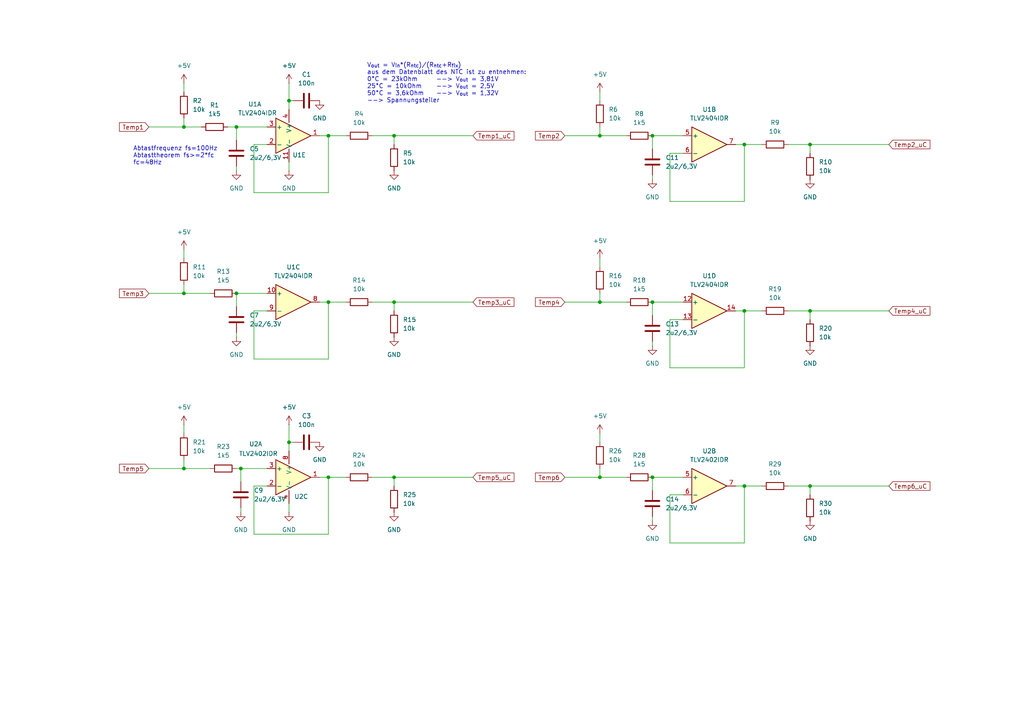
<source format=kicad_sch>
(kicad_sch (version 20250114) (generator "eeschema") (generator_version "9.0")
  (paper "A4")
  (lib_symbols
    (symbol "Amplifier_Operational:TLV9302xD" (pin_names (offset 0.127))
      (property "Reference" "U" (at 0 5.08 0))
      (property "Value" "TLV9302xD" (at 0 -5.08 0))
      (symbol "TLV9302xD_1_1"
        (polyline (pts (xy -5.08 5.08) (xy 5.08 0) (xy -5.08 -5.08) (xy -5.08 5.08)) (stroke (width 0.254)) (fill (type background)))
        (pin input line (at -7.62 2.54 0) (length 2.54) (name "+") (number "3"))
        (pin input line (at -7.62 -2.54 0) (length 2.54) (name "-") (number "2"))
        (pin output line (at 7.62 0 180) (length 2.54) (name "~") (number "1"))
      )
      (symbol "TLV9302xD_2_1"
        (polyline (pts (xy -5.08 5.08) (xy 5.08 0) (xy -5.08 -5.08) (xy -5.08 5.08)) (stroke (width 0.254)) (fill (type background)))
        (pin input line (at -7.62 2.54 0) (length 2.54) (name "+") (number "5"))
        (pin input line (at -7.62 -2.54 0) (length 2.54) (name "-") (number "6"))
        (pin output line (at 7.62 0 180) (length 2.54) (name "~") (number "7"))
      )
      (symbol "TLV9302xD_3_1"
        (pin power_in line (at -2.54 7.62 270) (length 3.81) (name "V+") (number "8"))
        (pin power_in line (at -2.54 -7.62 90) (length 3.81) (name "V-") (number "4"))
      )
    )
    (symbol "Amplifier_Operational:TLV9304xD" (pin_names (offset 0.127))
      (property "Reference" "U" (at 0 5.08 0))
      (property "Value" "TLV9304xD" (at 0 -5.08 0))
      (symbol "TLV9304xD_1_1"
        (polyline (pts (xy -5.08 5.08) (xy 5.08 0) (xy -5.08 -5.08) (xy -5.08 5.08)) (stroke (width 0.254)) (fill (type background)))
        (pin input line (at -7.62 2.54 0) (length 2.54) (name "+") (number "3"))
        (pin input line (at -7.62 -2.54 0) (length 2.54) (name "-") (number "2"))
        (pin output line (at 7.62 0 180) (length 2.54) (name "~") (number "1"))
      )
      (symbol "TLV9304xD_2_1"
        (polyline (pts (xy -5.08 5.08) (xy 5.08 0) (xy -5.08 -5.08) (xy -5.08 5.08)) (stroke (width 0.254)) (fill (type background)))
        (pin input line (at -7.62 2.54 0) (length 2.54) (name "+") (number "5"))
        (pin input line (at -7.62 -2.54 0) (length 2.54) (name "-") (number "6"))
        (pin output line (at 7.62 0 180) (length 2.54) (name "~") (number "7"))
      )
      (symbol "TLV9304xD_3_1"
        (polyline (pts (xy -5.08 5.08) (xy 5.08 0) (xy -5.08 -5.08) (xy -5.08 5.08)) (stroke (width 0.254)) (fill (type background)))
        (pin input line (at -7.62 2.54 0) (length 2.54) (name "+") (number "10"))
        (pin input line (at -7.62 -2.54 0) (length 2.54) (name "-") (number "9"))
        (pin output line (at 7.62 0 180) (length 2.54) (name "~") (number "8"))
      )
      (symbol "TLV9304xD_4_1"
        (polyline (pts (xy -5.08 5.08) (xy 5.08 0) (xy -5.08 -5.08) (xy -5.08 5.08)) (stroke (width 0.254)) (fill (type background)))
        (pin input line (at -7.62 2.54 0) (length 2.54) (name "+") (number "12"))
        (pin input line (at -7.62 -2.54 0) (length 2.54) (name "-") (number "13"))
        (pin output line (at 7.62 0 180) (length 2.54) (name "~") (number "14"))
      )
      (symbol "TLV9304xD_5_1"
        (pin power_in line (at -2.54 7.62 270) (length 3.81) (name "V+") (number "4"))
        (pin power_in line (at -2.54 -7.62 90) (length 3.81) (name "V-") (number "11"))
      )
    )
    (symbol "Device:C" (pin_numbers (hide yes)) (pin_names (offset 0.254))
      (property "Reference" "C" (at 0.635 2.54 0))
      (property "Value" "C" (at 0.635 -2.54 0))
      (symbol "C_0_1"
        (polyline (pts (xy -2.032 0.762) (xy 2.032 0.762)) (stroke (width 0.508)))
        (polyline (pts (xy -2.032 -0.762) (xy 2.032 -0.762)) (stroke (width 0.508)))
      )
      (symbol "C_1_1"
        (pin passive line (at 0 3.81 270) (length 2.794) (name "~") (number "1"))
        (pin passive line (at 0 -3.81 90) (length 2.794) (name "~") (number "2"))
      )
    )
    (symbol "Device:R" (pin_numbers (hide yes)) (pin_names (offset 0))
      (property "Reference" "R" (at 2.032 0 90))
      (property "Value" "R" (at 0 0 90))
      (symbol "R_0_1"
        (rectangle (start -1.016 -2.54) (end 1.016 2.54) (stroke (width 0.254)))
      )
      (symbol "R_1_1"
        (pin passive line (at 0 3.81 270) (length 1.27) (name "~") (number "1"))
        (pin passive line (at 0 -3.81 90) (length 1.27) (name "~") (number "2"))
      )
    )
    (symbol "power:+5V" (power) (pin_numbers (hide yes)) (pin_names (offset 0) (hide yes))
      (property "Value" "+5V" (at 0 3.556 0))
      (symbol "+5V_0_1"
        (polyline (pts (xy -0.762 1.27) (xy 0 2.54)))
        (polyline (pts (xy 0 2.54) (xy 0.762 1.27)))
        (polyline (pts (xy 0 0) (xy 0 2.54)))
      )
      (symbol "+5V_1_1"
        (pin power_in line (at 0 0 90) (length 0) (name "~") (number "1"))
      )
    )
    (symbol "power:GND" (power) (pin_numbers (hide yes)) (pin_names (offset 0) (hide yes))
      (property "Value" "GND" (at 0 -3.81 0))
      (symbol "GND_0_1"
        (polyline (pts (xy 0 0) (xy 0 -1.27) (xy 1.27 -1.27) (xy 0 -2.54) (xy -1.27 -1.27) (xy 0 -1.27)))
      )
      (symbol "GND_1_1"
        (pin power_in line (at 0 0 270) (length 0) (name "~") (number "1"))
      )
    )
  )
  (text "V_{out} = V_{in}*(R_{ntc})/(R_{ntc}+R_{fix})\naus dem Datenblatt des NTC ist zu entnehmen:\n0°C = 23kOhm 	--> V_{out} = 3,81V\n25°C = 10kOhm	--> V_{out} = 2,5V\n50°C = 3,6kOhm	--> V_{out} = 1,32V\n--> Spannungsteiler\n" (at 106.426 24.13 0) (effects (font (size 1.27 1.27)) (justify left)))
  (text "Abtastfrequenz fs=100Hz\nAbtasttheorem fs>=2*fc\nfc=48Hz" (at 38.608 45.212 0) (effects (font (size 1.27 1.27)) (justify left)))
  (junction (at 53.34 135.89))
  (junction (at 189.23 87.63))
  (junction (at 173.99 87.63))
  (junction (at 83.82 29.21))
  (junction (at 189.23 138.43))
  (junction (at 114.3 39.37))
  (junction (at 215.9 41.91))
  (junction (at 234.95 41.91))
  (junction (at 83.82 128.27))
  (junction (at 95.25 39.37))
  (junction (at 53.34 85.09))
  (junction (at 53.34 36.83))
  (junction (at 95.25 87.63))
  (junction (at 234.95 140.97))
  (junction (at 189.23 39.37))
  (junction (at 68.58 36.83))
  (junction (at 173.99 39.37))
  (junction (at 215.9 140.97))
  (junction (at 215.9 90.17))
  (junction (at 173.99 138.43))
  (junction (at 114.3 138.43))
  (junction (at 234.95 90.17))
  (junction (at 68.58 85.09))
  (junction (at 114.3 87.63))
  (junction (at 95.25 138.43))
  (junction (at 69.85 135.89))
  (wire (pts (xy 163.83 87.63) (xy 173.99 87.63)))
  (wire (pts (xy 189.23 39.37) (xy 189.23 43.18)))
  (wire (pts (xy 189.23 99.06) (xy 189.23 100.33)))
  (wire (pts (xy 215.9 41.91) (xy 220.98 41.91)))
  (wire (pts (xy 189.23 149.86) (xy 189.23 151.13)))
  (wire (pts (xy 83.82 46.99) (xy 83.82 49.53)))
  (wire (pts (xy 69.85 147.32) (xy 69.85 148.59)))
  (wire (pts (xy 194.31 143.51) (xy 194.31 157.48)))
  (wire (pts (xy 114.3 87.63) (xy 137.16 87.63)))
  (wire (pts (xy 53.34 72.39) (xy 53.34 74.93)))
  (wire (pts (xy 194.31 58.42) (xy 215.9 58.42)))
  (wire (pts (xy 83.82 123.19) (xy 83.82 128.27)))
  (wire (pts (xy 114.3 39.37) (xy 137.16 39.37)))
  (wire (pts (xy 114.3 39.37) (xy 114.3 41.91)))
  (wire (pts (xy 83.82 128.27) (xy 83.82 130.81)))
  (wire (pts (xy 114.3 87.63) (xy 114.3 90.17)))
  (wire (pts (xy 92.71 138.43) (xy 95.25 138.43)))
  (wire (pts (xy 215.9 90.17) (xy 215.9 106.68)))
  (wire (pts (xy 83.82 29.21) (xy 85.09 29.21)))
  (wire (pts (xy 213.36 41.91) (xy 215.9 41.91)))
  (wire (pts (xy 83.82 146.05) (xy 83.82 148.59)))
  (wire (pts (xy 95.25 39.37) (xy 100.33 39.37)))
  (wire (pts (xy 95.25 138.43) (xy 100.33 138.43)))
  (wire (pts (xy 198.12 44.45) (xy 194.31 44.45)))
  (wire (pts (xy 68.58 48.26) (xy 68.58 49.53)))
  (wire (pts (xy 189.23 87.63) (xy 189.23 91.44)))
  (wire (pts (xy 194.31 157.48) (xy 215.9 157.48)))
  (wire (pts (xy 234.95 41.91) (xy 234.95 44.45)))
  (wire (pts (xy 107.95 87.63) (xy 114.3 87.63)))
  (wire (pts (xy 68.58 85.09) (xy 68.58 88.9)))
  (wire (pts (xy 68.58 96.52) (xy 68.58 97.79)))
  (wire (pts (xy 43.18 135.89) (xy 53.34 135.89)))
  (wire (pts (xy 228.6 140.97) (xy 234.95 140.97)))
  (wire (pts (xy 194.31 44.45) (xy 194.31 58.42)))
  (wire (pts (xy 173.99 36.83) (xy 173.99 39.37)))
  (wire (pts (xy 173.99 85.09) (xy 173.99 87.63)))
  (wire (pts (xy 213.36 90.17) (xy 215.9 90.17)))
  (wire (pts (xy 194.31 106.68) (xy 215.9 106.68)))
  (wire (pts (xy 213.36 140.97) (xy 215.9 140.97)))
  (wire (pts (xy 189.23 50.8) (xy 189.23 52.07)))
  (wire (pts (xy 228.6 41.91) (xy 234.95 41.91)))
  (wire (pts (xy 53.34 82.55) (xy 53.34 85.09)))
  (wire (pts (xy 53.34 135.89) (xy 60.96 135.89)))
  (wire (pts (xy 234.95 90.17) (xy 234.95 92.71)))
  (wire (pts (xy 73.66 41.91) (xy 73.66 55.88)))
  (wire (pts (xy 68.58 135.89) (xy 69.85 135.89)))
  (wire (pts (xy 228.6 90.17) (xy 234.95 90.17)))
  (wire (pts (xy 73.66 90.17) (xy 73.66 104.14)))
  (wire (pts (xy 73.66 154.94) (xy 95.25 154.94)))
  (wire (pts (xy 107.95 138.43) (xy 114.3 138.43)))
  (wire (pts (xy 215.9 140.97) (xy 220.98 140.97)))
  (wire (pts (xy 92.71 87.63) (xy 95.25 87.63)))
  (wire (pts (xy 234.95 140.97) (xy 257.81 140.97)))
  (wire (pts (xy 95.25 138.43) (xy 95.25 154.94)))
  (wire (pts (xy 83.82 24.13) (xy 83.82 29.21)))
  (wire (pts (xy 73.66 140.97) (xy 73.66 154.94)))
  (wire (pts (xy 215.9 140.97) (xy 215.9 157.48)))
  (wire (pts (xy 189.23 138.43) (xy 198.12 138.43)))
  (wire (pts (xy 77.47 90.17) (xy 73.66 90.17)))
  (wire (pts (xy 68.58 85.09) (xy 77.47 85.09)))
  (wire (pts (xy 114.3 138.43) (xy 137.16 138.43)))
  (wire (pts (xy 53.34 85.09) (xy 60.96 85.09)))
  (wire (pts (xy 198.12 92.71) (xy 194.31 92.71)))
  (wire (pts (xy 163.83 138.43) (xy 173.99 138.43)))
  (wire (pts (xy 114.3 138.43) (xy 114.3 140.97)))
  (wire (pts (xy 189.23 87.63) (xy 198.12 87.63)))
  (wire (pts (xy 43.18 36.83) (xy 53.34 36.83)))
  (wire (pts (xy 173.99 87.63) (xy 181.61 87.63)))
  (wire (pts (xy 173.99 26.67) (xy 173.99 29.21)))
  (wire (pts (xy 215.9 90.17) (xy 220.98 90.17)))
  (wire (pts (xy 173.99 39.37) (xy 181.61 39.37)))
  (wire (pts (xy 189.23 39.37) (xy 198.12 39.37)))
  (wire (pts (xy 68.58 36.83) (xy 77.47 36.83)))
  (wire (pts (xy 173.99 138.43) (xy 181.61 138.43)))
  (wire (pts (xy 83.82 29.21) (xy 83.82 31.75)))
  (wire (pts (xy 77.47 41.91) (xy 73.66 41.91)))
  (wire (pts (xy 163.83 39.37) (xy 173.99 39.37)))
  (wire (pts (xy 189.23 138.43) (xy 189.23 142.24)))
  (wire (pts (xy 69.85 135.89) (xy 77.47 135.89)))
  (wire (pts (xy 77.47 140.97) (xy 73.66 140.97)))
  (wire (pts (xy 198.12 143.51) (xy 194.31 143.51)))
  (wire (pts (xy 69.85 135.89) (xy 69.85 139.7)))
  (wire (pts (xy 43.18 85.09) (xy 53.34 85.09)))
  (wire (pts (xy 95.25 87.63) (xy 95.25 104.14)))
  (wire (pts (xy 173.99 135.89) (xy 173.99 138.43)))
  (wire (pts (xy 53.34 123.19) (xy 53.34 125.73)))
  (wire (pts (xy 53.34 133.35) (xy 53.34 135.89)))
  (wire (pts (xy 73.66 104.14) (xy 95.25 104.14)))
  (wire (pts (xy 234.95 140.97) (xy 234.95 143.51)))
  (wire (pts (xy 234.95 90.17) (xy 257.81 90.17)))
  (wire (pts (xy 215.9 41.91) (xy 215.9 58.42)))
  (wire (pts (xy 173.99 74.93) (xy 173.99 77.47)))
  (wire (pts (xy 83.82 128.27) (xy 85.09 128.27)))
  (wire (pts (xy 107.95 39.37) (xy 114.3 39.37)))
  (wire (pts (xy 73.66 55.88) (xy 95.25 55.88)))
  (wire (pts (xy 53.34 24.13) (xy 53.34 26.67)))
  (wire (pts (xy 68.58 36.83) (xy 68.58 40.64)))
  (wire (pts (xy 95.25 87.63) (xy 100.33 87.63)))
  (wire (pts (xy 92.71 39.37) (xy 95.25 39.37)))
  (wire (pts (xy 66.04 36.83) (xy 68.58 36.83)))
  (wire (pts (xy 53.34 36.83) (xy 58.42 36.83)))
  (wire (pts (xy 53.34 34.29) (xy 53.34 36.83)))
  (wire (pts (xy 234.95 41.91) (xy 257.81 41.91)))
  (wire (pts (xy 173.99 125.73) (xy 173.99 128.27)))
  (wire (pts (xy 95.25 39.37) (xy 95.25 55.88)))
  (wire (pts (xy 194.31 92.71) (xy 194.31 106.68)))
  (global_label "Temp1_uC" (shape input) (at 137.16 39.37 0) (property "Intersheetrefs" "${INTERSHEET_REFS}" (effects (hide yes))))
  (global_label "Temp2_uC" (shape input) (at 257.81 41.91 0) (property "Intersheetrefs" "${INTERSHEET_REFS}" (effects (hide yes))))
  (global_label "Temp2" (shape input) (at 163.83 39.37 180) (property "Intersheetrefs" "${INTERSHEET_REFS}" (effects (hide yes))))
  (global_label "Temp3_uC" (shape input) (at 137.16 87.63 0) (property "Intersheetrefs" "${INTERSHEET_REFS}" (effects (hide yes))))
  (global_label "Temp6_uC" (shape input) (at 257.81 140.97 0) (property "Intersheetrefs" "${INTERSHEET_REFS}" (effects (hide yes))))
  (global_label "Temp1" (shape input) (at 43.18 36.83 180) (property "Intersheetrefs" "${INTERSHEET_REFS}" (effects (hide yes))))
  (global_label "Temp4_uC" (shape input) (at 257.81 90.17 0) (property "Intersheetrefs" "${INTERSHEET_REFS}" (effects (hide yes))))
  (global_label "Temp6" (shape input) (at 163.83 138.43 180) (property "Intersheetrefs" "${INTERSHEET_REFS}" (effects (hide yes))))
  (global_label "Temp5" (shape input) (at 43.18 135.89 180) (property "Intersheetrefs" "${INTERSHEET_REFS}" (effects (hide yes))))
  (global_label "Temp5_uC" (shape input) (at 137.16 138.43 0) (property "Intersheetrefs" "${INTERSHEET_REFS}" (effects (hide yes))))
  (global_label "Temp3" (shape input) (at 43.18 85.09 180) (property "Intersheetrefs" "${INTERSHEET_REFS}" (effects (hide yes))))
  (global_label "Temp4" (shape input) (at 163.83 87.63 180) (property "Intersheetrefs" "${INTERSHEET_REFS}" (effects (hide yes))))
  (symbol (lib_id "Device:C") (at 68.58 92.71 0) (unit 1)
    (property "Reference" "C7" (at 72.39 91.4399 0) (effects (justify left)))
    (property "Value" "2u2/6,3V" (at 72.39 93.9799 0) (effects (justify left)))
    (property "Footprint" "Capacitor_SMD:C_0603_1608Metric_Pad1.08x0.95mm_HandSolder" (effects (hide yes)))
    (property "Description" "Unpolarized capacitor" (effects (hide yes)))
  )
  (symbol (lib_id "Device:R") (at 114.3 144.78 180) (unit 1)
    (property "Reference" "R25" (at 116.84 143.5099 0) (effects (justify right)))
    (property "Value" "10k" (at 116.84 146.0499 0) (effects (justify right)))
    (property "Footprint" "Resistor_SMD:R_0603_1608Metric_Pad0.98x0.95mm_HandSolder" (effects (hide yes)))
    (property "Description" "Resistor" (effects (hide yes)))
  )
  (symbol (lib_id "Amplifier_Operational:TLV9304xD") (at 205.74 90.17 0) (unit 4)
    (property "Reference" "U1" (at 205.74 80.01 0))
    (property "Value" "TLV2404IDR" (at 205.74 82.55 0))
    (property "Footprint" "Package_SO:SOIC-14_3.9x8.7mm_P1.27mm" (effects (hide yes)))
    (property "Datasheet" "https://www.ti.com/lit/ds/symlink/tlv9304.pdf" (effects (hide yes)))
    (property "Description" "40-V, 1-MHz, RRO Operational Amplifiers for Cost-Sensitive Systems, SOIC-14" (effects (hide yes)))
  )
  (symbol (lib_id "power:+5V") (at 173.99 125.73 0) (unit 1)
    (property "Reference" "#PWR036" (effects (hide yes)))
    (property "Value" "+5V" (at 173.99 120.65 0))
    (property "Description" "Power symbol creates a global label with name \"+5V\"" (effects (hide yes)))
  )
  (symbol (lib_id "power:+5V") (at 53.34 72.39 0) (unit 1)
    (property "Reference" "#PWR015" (effects (hide yes)))
    (property "Value" "+5V" (at 53.34 67.31 0))
    (property "Description" "Power symbol creates a global label with name \"+5V\"" (effects (hide yes)))
  )
  (symbol (lib_id "power:+5V") (at 53.34 24.13 0) (unit 1)
    (property "Reference" "#PWR06" (effects (hide yes)))
    (property "Value" "+5V" (at 53.34 19.05 0))
    (property "Description" "Power symbol creates a global label with name \"+5V\"" (effects (hide yes)))
  )
  (symbol (lib_id "power:GND") (at 68.58 49.53 0) (unit 1)
    (property "Reference" "#PWR019" (effects (hide yes)))
    (property "Value" "GND" (at 68.58 54.61 0))
    (property "Description" "Power symbol creates a global label with name \"GND\" , ground" (effects (hide yes)))
  )
  (symbol (lib_id "Amplifier_Operational:TLV9302xD") (at 85.09 138.43 0) (unit 1)
    (property "Reference" "U2" (at 74.168 128.778 0))
    (property "Value" "TLV2402IDR" (at 74.93 131.572 0))
    (property "Footprint" "Package_SO:SOIC-8_3.9x4.9mm_P1.27mm" (effects (hide yes)))
    (property "Datasheet" "https://www.ti.com/lit/ds/symlink/tlv9302.pdf" (effects (hide yes)))
    (property "Description" "40-V, 1-MHz, RRO Operational Amplifiers for Cost-Sensitive Systems, SOIC-8" (effects (hide yes)))
  )
  (symbol (lib_id "Device:C") (at 88.9 29.21 90) (unit 1)
    (property "Reference" "C1" (at 88.9 21.59 90))
    (property "Value" "100n" (at 88.9 24.13 90))
    (property "Footprint" "Capacitor_SMD:C_0603_1608Metric_Pad1.08x0.95mm_HandSolder" (effects (hide yes)))
    (property "Description" "Unpolarized capacitor" (effects (hide yes)))
  )
  (symbol (lib_id "power:GND") (at 114.3 49.53 0) (unit 1)
    (property "Reference" "#PWR08" (effects (hide yes)))
    (property "Value" "GND" (at 114.3 54.61 0))
    (property "Description" "Power symbol creates a global label with name \"GND\" , ground" (effects (hide yes)))
  )
  (symbol (lib_id "Device:R") (at 185.42 138.43 90) (unit 1)
    (property "Reference" "R28" (at 185.42 132.08 90))
    (property "Value" "1k5" (at 185.42 134.62 90))
    (property "Footprint" "Resistor_SMD:R_0603_1608Metric_Pad0.98x0.95mm_HandSolder" (effects (hide yes)))
    (property "Description" "Resistor" (effects (hide yes)))
  )
  (symbol (lib_id "Device:R") (at 224.79 41.91 90) (unit 1)
    (property "Reference" "R9" (at 224.79 35.56 90))
    (property "Value" "10k" (at 224.79 38.1 90))
    (property "Footprint" "Resistor_SMD:R_0603_1608Metric_Pad0.98x0.95mm_HandSolder" (effects (hide yes)))
    (property "Description" "Resistor" (effects (hide yes)))
  )
  (symbol (lib_id "Device:R") (at 114.3 45.72 180) (unit 1)
    (property "Reference" "R5" (at 116.84 44.4499 0) (effects (justify right)))
    (property "Value" "10k" (at 116.84 46.9899 0) (effects (justify right)))
    (property "Footprint" "Resistor_SMD:R_0603_1608Metric_Pad0.98x0.95mm_HandSolder" (effects (hide yes)))
    (property "Description" "Resistor" (effects (hide yes)))
  )
  (symbol (lib_id "Device:C") (at 68.58 44.45 0) (unit 1)
    (property "Reference" "C5" (at 72.39 43.1799 0) (effects (justify left)))
    (property "Value" "2u2/6,3V" (at 72.39 45.7199 0) (effects (justify left)))
    (property "Footprint" "Capacitor_SMD:C_0603_1608Metric_Pad1.08x0.95mm_HandSolder" (effects (hide yes)))
    (property "Description" "Unpolarized capacitor" (effects (hide yes)))
  )
  (symbol (lib_id "Device:R") (at 53.34 129.54 180) (unit 1)
    (property "Reference" "R21" (at 55.88 128.2699 0) (effects (justify right)))
    (property "Value" "10k" (at 55.88 130.8099 0) (effects (justify right)))
    (property "Footprint" "Resistor_SMD:R_0603_1608Metric_Pad0.98x0.95mm_HandSolder" (effects (hide yes)))
    (property "Description" "Resistor" (effects (hide yes)))
  )
  (symbol (lib_id "Device:R") (at 114.3 93.98 180) (unit 1)
    (property "Reference" "R15" (at 116.84 92.7099 0) (effects (justify right)))
    (property "Value" "10k" (at 116.84 95.2499 0) (effects (justify right)))
    (property "Footprint" "Resistor_SMD:R_0603_1608Metric_Pad0.98x0.95mm_HandSolder" (effects (hide yes)))
    (property "Description" "Resistor" (effects (hide yes)))
  )
  (symbol (lib_id "Device:R") (at 173.99 81.28 180) (unit 1)
    (property "Reference" "R16" (at 176.53 80.0099 0) (effects (justify right)))
    (property "Value" "10k" (at 176.53 82.5499 0) (effects (justify right)))
    (property "Footprint" "Resistor_SMD:R_0603_1608Metric_Pad0.98x0.95mm_HandSolder" (effects (hide yes)))
    (property "Description" "Resistor" (effects (hide yes)))
  )
  (symbol (lib_id "Amplifier_Operational:TLV9304xD") (at 85.09 87.63 0) (unit 3)
    (property "Reference" "U1" (at 85.09 77.47 0))
    (property "Value" "TLV2404IDR" (at 85.09 80.01 0))
    (property "Footprint" "Package_SO:SOIC-14_3.9x8.7mm_P1.27mm" (effects (hide yes)))
    (property "Datasheet" "https://www.ti.com/lit/ds/symlink/tlv9304.pdf" (effects (hide yes)))
    (property "Description" "40-V, 1-MHz, RRO Operational Amplifiers for Cost-Sensitive Systems, SOIC-14" (effects (hide yes)))
  )
  (symbol (lib_id "Amplifier_Operational:TLV9304xD") (at 86.36 39.37 0) (unit 5)
    (property "Reference" "U1" (at 84.836 44.958 0) (effects (justify left)))
    (property "Value" "TLV2404IDR" (effects (hide yes)))
    (property "Footprint" "Package_SO:SOIC-14_3.9x8.7mm_P1.27mm" (effects (hide yes)))
    (property "Datasheet" "https://www.ti.com/lit/ds/symlink/tlv9304.pdf" (effects (hide yes)))
    (property "Description" "40-V, 1-MHz, RRO Operational Amplifiers for Cost-Sensitive Systems, SOIC-14" (effects (hide yes)))
  )
  (symbol (lib_id "Device:R") (at 53.34 78.74 180) (unit 1)
    (property "Reference" "R11" (at 55.88 77.4699 0) (effects (justify right)))
    (property "Value" "10k" (at 55.88 80.0099 0) (effects (justify right)))
    (property "Footprint" "Resistor_SMD:R_0603_1608Metric_Pad0.98x0.95mm_HandSolder" (effects (hide yes)))
    (property "Description" "Resistor" (effects (hide yes)))
  )
  (symbol (lib_id "Device:R") (at 104.14 87.63 90) (unit 1)
    (property "Reference" "R14" (at 104.14 81.28 90))
    (property "Value" "10k" (at 104.14 83.82 90))
    (property "Footprint" "Resistor_SMD:R_0603_1608Metric_Pad0.98x0.95mm_HandSolder" (effects (hide yes)))
    (property "Description" "Resistor" (effects (hide yes)))
  )
  (symbol (lib_id "power:GND") (at 83.82 148.59 0) (unit 1)
    (property "Reference" "#PWR011" (effects (hide yes)))
    (property "Value" "GND" (at 83.82 153.67 0))
    (property "Description" "Power symbol creates a global label with name \"GND\" , ground" (effects (hide yes)))
  )
  (symbol (lib_id "Device:R") (at 234.95 147.32 180) (unit 1)
    (property "Reference" "R30" (at 237.49 146.0499 0) (effects (justify right)))
    (property "Value" "10k" (at 237.49 148.5899 0) (effects (justify right)))
    (property "Footprint" "Resistor_SMD:R_0603_1608Metric_Pad0.98x0.95mm_HandSolder" (effects (hide yes)))
    (property "Description" "Resistor" (effects (hide yes)))
  )
  (symbol (lib_id "power:+5V") (at 173.99 26.67 0) (unit 1)
    (property "Reference" "#PWR013" (effects (hide yes)))
    (property "Value" "+5V" (at 173.99 21.59 0))
    (property "Description" "Power symbol creates a global label with name \"+5V\"" (effects (hide yes)))
  )
  (symbol (lib_id "Device:R") (at 64.77 135.89 90) (unit 1)
    (property "Reference" "R23" (at 64.77 129.54 90))
    (property "Value" "1k5" (at 64.77 132.08 90))
    (property "Footprint" "Resistor_SMD:R_0603_1608Metric_Pad0.98x0.95mm_HandSolder" (effects (hide yes)))
    (property "Description" "Resistor" (effects (hide yes)))
  )
  (symbol (lib_id "Device:C") (at 88.9 128.27 90) (unit 1)
    (property "Reference" "C3" (at 88.9 120.65 90))
    (property "Value" "100n" (at 88.9 123.19 90))
    (property "Footprint" "Capacitor_SMD:C_0603_1608Metric_Pad1.08x0.95mm_HandSolder" (effects (hide yes)))
    (property "Description" "Unpolarized capacitor" (effects (hide yes)))
  )
  (symbol (lib_id "power:GND") (at 234.95 52.07 0) (unit 1)
    (property "Reference" "#PWR017" (effects (hide yes)))
    (property "Value" "GND" (at 234.95 57.15 0))
    (property "Description" "Power symbol creates a global label with name \"GND\" , ground" (effects (hide yes)))
  )
  (symbol (lib_id "power:GND") (at 68.58 97.79 0) (unit 1)
    (property "Reference" "#PWR024" (effects (hide yes)))
    (property "Value" "GND" (at 68.58 102.87 0))
    (property "Description" "Power symbol creates a global label with name \"GND\" , ground" (effects (hide yes)))
  )
  (symbol (lib_id "Device:R") (at 64.77 85.09 90) (unit 1)
    (property "Reference" "R13" (at 64.77 78.74 90))
    (property "Value" "1k5" (at 64.77 81.28 90))
    (property "Footprint" "Resistor_SMD:R_0603_1608Metric_Pad0.98x0.95mm_HandSolder" (effects (hide yes)))
    (property "Description" "Resistor" (effects (hide yes)))
  )
  (symbol (lib_id "Device:C") (at 189.23 46.99 0) (unit 1)
    (property "Reference" "C11" (at 193.04 45.7199 0) (effects (justify left)))
    (property "Value" "2u2/6,3V" (at 193.04 48.2599 0) (effects (justify left)))
    (property "Footprint" "Capacitor_SMD:C_0603_1608Metric_Pad1.08x0.95mm_HandSolder" (effects (hide yes)))
    (property "Description" "Unpolarized capacitor" (effects (hide yes)))
  )
  (symbol (lib_id "power:GND") (at 189.23 151.13 0) (unit 1)
    (property "Reference" "#PWR032" (effects (hide yes)))
    (property "Value" "GND" (at 189.23 156.21 0))
    (property "Description" "Power symbol creates a global label with name \"GND\" , ground" (effects (hide yes)))
  )
  (symbol (lib_id "Device:C") (at 189.23 95.25 0) (unit 1)
    (property "Reference" "C13" (at 193.04 93.9799 0) (effects (justify left)))
    (property "Value" "2u2/6,3V" (at 193.04 96.5199 0) (effects (justify left)))
    (property "Footprint" "Capacitor_SMD:C_0603_1608Metric_Pad1.08x0.95mm_HandSolder" (effects (hide yes)))
    (property "Description" "Unpolarized capacitor" (effects (hide yes)))
  )
  (symbol (lib_id "Device:R") (at 173.99 132.08 180) (unit 1)
    (property "Reference" "R26" (at 176.53 130.8099 0) (effects (justify right)))
    (property "Value" "10k" (at 176.53 133.3499 0) (effects (justify right)))
    (property "Footprint" "Resistor_SMD:R_0603_1608Metric_Pad0.98x0.95mm_HandSolder" (effects (hide yes)))
    (property "Description" "Resistor" (effects (hide yes)))
  )
  (symbol (lib_id "Device:R") (at 224.79 140.97 90) (unit 1)
    (property "Reference" "R29" (at 224.79 134.62 90))
    (property "Value" "10k" (at 224.79 137.16 90))
    (property "Footprint" "Resistor_SMD:R_0603_1608Metric_Pad0.98x0.95mm_HandSolder" (effects (hide yes)))
    (property "Description" "Resistor" (effects (hide yes)))
  )
  (symbol (lib_id "power:GND") (at 83.82 49.53 0) (unit 1)
    (property "Reference" "#PWR04" (effects (hide yes)))
    (property "Value" "GND" (at 83.82 54.61 0))
    (property "Description" "Power symbol creates a global label with name \"GND\" , ground" (effects (hide yes)))
  )
  (symbol (lib_id "Amplifier_Operational:TLV9302xD") (at 86.36 138.43 0) (unit 3)
    (property "Reference" "U2" (at 85.344 144.018 0) (effects (justify left)))
    (property "Value" "TLV2402IDR" (effects (hide yes)))
    (property "Footprint" "Package_SO:SOIC-8_3.9x4.9mm_P1.27mm" (effects (hide yes)))
    (property "Datasheet" "https://www.ti.com/lit/ds/symlink/tlv9302.pdf" (effects (hide yes)))
    (property "Description" "40-V, 1-MHz, RRO Operational Amplifiers for Cost-Sensitive Systems, SOIC-8" (effects (hide yes)))
  )
  (symbol (lib_id "power:GND") (at 189.23 52.07 0) (unit 1)
    (property "Reference" "#PWR026" (effects (hide yes)))
    (property "Value" "GND" (at 189.23 57.15 0))
    (property "Description" "Power symbol creates a global label with name \"GND\" , ground" (effects (hide yes)))
  )
  (symbol (lib_id "Device:R") (at 62.23 36.83 90) (unit 1)
    (property "Reference" "R1" (at 62.23 30.48 90))
    (property "Value" "1k5" (at 62.23 33.02 90))
    (property "Footprint" "Resistor_SMD:R_0603_1608Metric_Pad0.98x0.95mm_HandSolder" (effects (hide yes)))
    (property "Description" "Resistor" (effects (hide yes)))
  )
  (symbol (lib_id "Device:R") (at 185.42 39.37 90) (unit 1)
    (property "Reference" "R8" (at 185.42 33.02 90))
    (property "Value" "1k5" (at 185.42 35.56 90))
    (property "Footprint" "Resistor_SMD:R_0603_1608Metric_Pad0.98x0.95mm_HandSolder" (effects (hide yes)))
    (property "Description" "Resistor" (effects (hide yes)))
  )
  (symbol (lib_id "Device:C") (at 189.23 146.05 0) (unit 1)
    (property "Reference" "C14" (at 193.04 144.7799 0) (effects (justify left)))
    (property "Value" "2u2/6,3V" (at 193.04 147.3199 0) (effects (justify left)))
    (property "Footprint" "Capacitor_SMD:C_0603_1608Metric_Pad1.08x0.95mm_HandSolder" (effects (hide yes)))
    (property "Description" "Unpolarized capacitor" (effects (hide yes)))
  )
  (symbol (lib_id "Device:R") (at 234.95 48.26 180) (unit 1)
    (property "Reference" "R10" (at 237.49 46.9899 0) (effects (justify right)))
    (property "Value" "10k" (at 237.49 49.5299 0) (effects (justify right)))
    (property "Footprint" "Resistor_SMD:R_0603_1608Metric_Pad0.98x0.95mm_HandSolder" (effects (hide yes)))
    (property "Description" "Resistor" (effects (hide yes)))
  )
  (symbol (lib_id "Amplifier_Operational:TLV9304xD") (at 85.09 39.37 0) (unit 1)
    (property "Reference" "U1" (at 73.914 30.226 0))
    (property "Value" "TLV2404IDR" (at 74.676 32.766 0))
    (property "Footprint" "Package_SO:SOIC-14_3.9x8.7mm_P1.27mm" (effects (hide yes)))
    (property "Datasheet" "https://www.ti.com/lit/ds/symlink/tlv9304.pdf" (effects (hide yes)))
    (property "Description" "40-V, 1-MHz, RRO Operational Amplifiers for Cost-Sensitive Systems, SOIC-14" (effects (hide yes)))
  )
  (symbol (lib_id "power:GND") (at 234.95 100.33 0) (unit 1)
    (property "Reference" "#PWR027" (effects (hide yes)))
    (property "Value" "GND" (at 234.95 105.41 0))
    (property "Description" "Power symbol creates a global label with name \"GND\" , ground" (effects (hide yes)))
  )
  (symbol (lib_id "power:+5V") (at 83.82 24.13 0) (unit 1)
    (property "Reference" "#PWR07" (effects (hide yes)))
    (property "Value" "+5V" (at 83.82 19.05 0))
    (property "Description" "Power symbol creates a global label with name \"+5V\"" (effects (hide yes)))
  )
  (symbol (lib_id "Device:R") (at 185.42 87.63 90) (unit 1)
    (property "Reference" "R18" (at 185.42 81.28 90))
    (property "Value" "1k5" (at 185.42 83.82 90))
    (property "Footprint" "Resistor_SMD:R_0603_1608Metric_Pad0.98x0.95mm_HandSolder" (effects (hide yes)))
    (property "Description" "Resistor" (effects (hide yes)))
  )
  (symbol (lib_id "power:GND") (at 114.3 148.59 0) (unit 1)
    (property "Reference" "#PWR034" (effects (hide yes)))
    (property "Value" "GND" (at 114.3 153.67 0))
    (property "Description" "Power symbol creates a global label with name \"GND\" , ground" (effects (hide yes)))
  )
  (symbol (lib_id "Device:R") (at 173.99 33.02 180) (unit 1)
    (property "Reference" "R6" (at 176.53 31.7499 0) (effects (justify right)))
    (property "Value" "10k" (at 176.53 34.2899 0) (effects (justify right)))
    (property "Footprint" "Resistor_SMD:R_0603_1608Metric_Pad0.98x0.95mm_HandSolder" (effects (hide yes)))
    (property "Description" "Resistor" (effects (hide yes)))
  )
  (symbol (lib_id "power:+5V") (at 173.99 74.93 0) (unit 1)
    (property "Reference" "#PWR022" (effects (hide yes)))
    (property "Value" "+5V" (at 173.99 69.85 0))
    (property "Description" "Power symbol creates a global label with name \"+5V\"" (effects (hide yes)))
  )
  (symbol (lib_id "Device:R") (at 53.34 30.48 180) (unit 1)
    (property "Reference" "R2" (at 55.88 29.2099 0) (effects (justify right)))
    (property "Value" "10k" (at 55.88 31.7499 0) (effects (justify right)))
    (property "Footprint" "Resistor_SMD:R_0603_1608Metric_Pad0.98x0.95mm_HandSolder" (effects (hide yes)))
    (property "Description" "Resistor" (effects (hide yes)))
  )
  (symbol (lib_id "power:GND") (at 114.3 97.79 0) (unit 1)
    (property "Reference" "#PWR020" (effects (hide yes)))
    (property "Value" "GND" (at 114.3 102.87 0))
    (property "Description" "Power symbol creates a global label with name \"GND\" , ground" (effects (hide yes)))
  )
  (symbol (lib_id "power:GND") (at 92.71 128.27 0) (unit 1)
    (property "Reference" "#PWR012" (effects (hide yes)))
    (property "Value" "GND" (at 92.71 133.35 0))
    (property "Description" "Power symbol creates a global label with name \"GND\" , ground" (effects (hide yes)))
  )
  (symbol (lib_id "Amplifier_Operational:TLV9304xD") (at 205.74 41.91 0) (unit 2)
    (property "Reference" "U1" (at 205.74 31.75 0))
    (property "Value" "TLV2404IDR" (at 205.74 34.29 0))
    (property "Footprint" "Package_SO:SOIC-14_3.9x8.7mm_P1.27mm" (effects (hide yes)))
    (property "Datasheet" "https://www.ti.com/lit/ds/symlink/tlv9304.pdf" (effects (hide yes)))
    (property "Description" "40-V, 1-MHz, RRO Operational Amplifiers for Cost-Sensitive Systems, SOIC-14" (effects (hide yes)))
  )
  (symbol (lib_id "Device:R") (at 104.14 39.37 90) (unit 1)
    (property "Reference" "R4" (at 104.14 33.02 90))
    (property "Value" "10k" (at 104.14 35.56 90))
    (property "Footprint" "Resistor_SMD:R_0603_1608Metric_Pad0.98x0.95mm_HandSolder" (effects (hide yes)))
    (property "Description" "Resistor" (effects (hide yes)))
  )
  (symbol (lib_id "Device:C") (at 69.85 143.51 0) (unit 1)
    (property "Reference" "C9" (at 73.66 142.2399 0) (effects (justify left)))
    (property "Value" "2u2/6,3V" (at 73.66 144.7799 0) (effects (justify left)))
    (property "Footprint" "Capacitor_SMD:C_0603_1608Metric_Pad1.08x0.95mm_HandSolder" (effects (hide yes)))
    (property "Description" "Unpolarized capacitor" (effects (hide yes)))
  )
  (symbol (lib_id "Device:R") (at 234.95 96.52 180) (unit 1)
    (property "Reference" "R20" (at 237.49 95.2499 0) (effects (justify right)))
    (property "Value" "10k" (at 237.49 97.7899 0) (effects (justify right)))
    (property "Footprint" "Resistor_SMD:R_0603_1608Metric_Pad0.98x0.95mm_HandSolder" (effects (hide yes)))
    (property "Description" "Resistor" (effects (hide yes)))
  )
  (symbol (lib_id "power:GND") (at 92.71 29.21 0) (unit 1)
    (property "Reference" "#PWR05" (effects (hide yes)))
    (property "Value" "GND" (at 92.71 34.29 0))
    (property "Description" "Power symbol creates a global label with name \"GND\" , ground" (effects (hide yes)))
  )
  (symbol (lib_id "power:GND") (at 189.23 100.33 0) (unit 1)
    (property "Reference" "#PWR031" (effects (hide yes)))
    (property "Value" "GND" (at 189.23 105.41 0))
    (property "Description" "Power symbol creates a global label with name \"GND\" , ground" (effects (hide yes)))
  )
  (symbol (lib_id "power:+5V") (at 53.34 123.19 0) (unit 1)
    (property "Reference" "#PWR029" (effects (hide yes)))
    (property "Value" "+5V" (at 53.34 118.11 0))
    (property "Description" "Power symbol creates a global label with name \"+5V\"" (effects (hide yes)))
  )
  (symbol (lib_id "power:GND") (at 234.95 151.13 0) (unit 1)
    (property "Reference" "#PWR041" (effects (hide yes)))
    (property "Value" "GND" (at 234.95 156.21 0))
    (property "Description" "Power symbol creates a global label with name \"GND\" , ground" (effects (hide yes)))
  )
  (symbol (lib_id "Device:R") (at 224.79 90.17 90) (unit 1)
    (property "Reference" "R19" (at 224.79 83.82 90))
    (property "Value" "10k" (at 224.79 86.36 90))
    (property "Footprint" "Resistor_SMD:R_0603_1608Metric_Pad0.98x0.95mm_HandSolder" (effects (hide yes)))
    (property "Description" "Resistor" (effects (hide yes)))
  )
  (symbol (lib_id "power:+5V") (at 83.82 123.19 0) (unit 1)
    (property "Reference" "#PWR010" (effects (hide yes)))
    (property "Value" "+5V" (at 83.82 118.11 0))
    (property "Description" "Power symbol creates a global label with name \"+5V\"" (effects (hide yes)))
  )
  (symbol (lib_id "power:GND") (at 69.85 148.59 0) (unit 1)
    (property "Reference" "#PWR025" (effects (hide yes)))
    (property "Value" "GND" (at 69.85 153.67 0))
    (property "Description" "Power symbol creates a global label with name \"GND\" , ground" (effects (hide yes)))
  )
  (symbol (lib_id "Amplifier_Operational:TLV9302xD") (at 205.74 140.97 0) (unit 2)
    (property "Reference" "U2" (at 205.74 130.81 0))
    (property "Value" "TLV2402IDR" (at 205.74 133.35 0))
    (property "Footprint" "Package_SO:SOIC-8_3.9x4.9mm_P1.27mm" (effects (hide yes)))
    (property "Datasheet" "https://www.ti.com/lit/ds/symlink/tlv9302.pdf" (effects (hide yes)))
    (property "Description" "40-V, 1-MHz, RRO Operational Amplifiers for Cost-Sensitive Systems, SOIC-8" (effects (hide yes)))
  )
  (symbol (lib_id "Device:R") (at 104.14 138.43 90) (unit 1)
    (property "Reference" "R24" (at 104.14 132.08 90))
    (property "Value" "10k" (at 104.14 134.62 90))
    (property "Footprint" "Resistor_SMD:R_0603_1608Metric_Pad0.98x0.95mm_HandSolder" (effects (hide yes)))
    (property "Description" "Resistor" (effects (hide yes)))
  )
)
</source>
